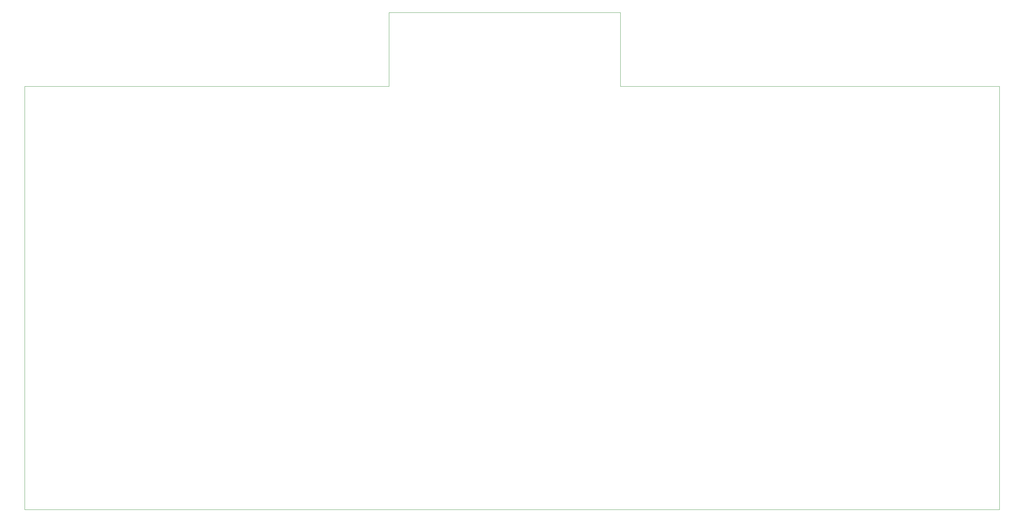
<source format=gbr>
%TF.GenerationSoftware,KiCad,Pcbnew,(5.1.6)-1*%
%TF.CreationDate,2020-05-24T16:15:15-05:00*%
%TF.ProjectId,cerkit_planck_proton,6365726b-6974-45f7-906c-616e636b5f70,rev?*%
%TF.SameCoordinates,Original*%
%TF.FileFunction,Profile,NP*%
%FSLAX46Y46*%
G04 Gerber Fmt 4.6, Leading zero omitted, Abs format (unit mm)*
G04 Created by KiCad (PCBNEW (5.1.6)-1) date 2020-05-24 16:15:15*
%MOMM*%
%LPD*%
G01*
G04 APERTURE LIST*
%TA.AperFunction,Profile*%
%ADD10C,0.050000*%
%TD*%
%TA.AperFunction,Profile*%
%ADD11C,0.100000*%
%TD*%
G04 APERTURE END LIST*
D10*
X113030000Y-31750000D02*
X113030000Y-50800000D01*
X172720000Y-31750000D02*
X113030000Y-31750000D01*
X172720000Y-50800000D02*
X172720000Y-31750000D01*
X270510000Y-50800000D02*
X270510000Y-54610000D01*
X172720000Y-50800000D02*
X270510000Y-50800000D01*
X19050000Y-50800000D02*
X19050000Y-54610000D01*
X113030000Y-50800000D02*
X19050000Y-50800000D01*
D11*
X19050000Y-160020000D02*
X19050000Y-54610000D01*
X270510000Y-54610000D02*
X270510000Y-160020000D01*
X270510000Y-160020000D02*
X19050000Y-160020000D01*
M02*

</source>
